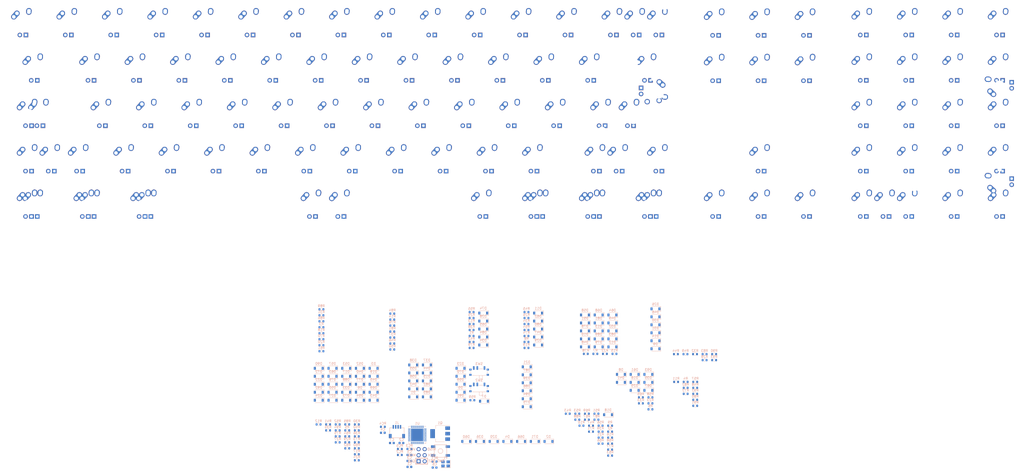
<source format=kicad_pcb>
(kicad_pcb (version 20211014) (generator pcbnew)
  (layers (0 "F.Cu" signal) (31 "B.Cu" signal) (34 "B.Paste" user) (35 "F.Paste" user) (36 "B.SilkS" user "B.Silkscreen") (37 "F.SilkS" user "F.Silkscreen") (38 "B.Mask" user) (39 "F.Mask" user) (44 "Edge.Cuts" user))
  (net 0 "")
  (net 1 "XTAL1")
  (net 2 "GND")
  (net 3 "XTAL2")
  (net 4 "Net-(C3-Pad1)")
  (net 5 "+5")
  (net 6 "ROW0")
  (net 7 "Net-(D1-Pad2)")
  (net 8 "ROW1")
  (net 9 "Net-(D2-Pad2)")
  (net 10 "Net-(D3-Pad2)")
  (net 11 "Net-(D4-Pad2)")
  (net 12 "Net-(D5-Pad2)")
  (net 13 "Net-(D6-Pad2)")
  (net 14 "Net-(D7-Pad2)")
  (net 15 "Net-(D8-Pad2)")
  (net 16 "Net-(D9-Pad2)")
  (net 17 "Net-(D10-Pad2)")
  (net 18 "Net-(D11-Pad2)")
  (net 19 "Net-(D12-Pad2)")
  (net 20 "Net-(D13-Pad2)")
  (net 21 "Net-(D14-Pad2)")
  (net 22 "Net-(D15-Pad2)")
  (net 23 "Net-(D16-Pad2)")
  (net 24 "Net-(D17-Pad2)")
  (net 25 "Net-(D18-Pad2)")
  (net 26 "Net-(D19-Pad2)")
  (net 27 "Net-(D20-Pad2)")
  (net 28 "Net-(D21-Pad2)")
  (net 29 "ROW2")
  (net 30 "Net-(D22-Pad2)")
  (net 31 "ROW3")
  (net 32 "Net-(D23-Pad2)")
  (net 33 "Net-(D24-Pad2)")
  (net 34 "Net-(D25-Pad2)")
  (net 35 "Net-(D26-Pad2)")
  (net 36 "Net-(D27-Pad2)")
  (net 37 "Net-(D28-Pad2)")
  (net 38 "Net-(D29-Pad2)")
  (net 39 "Net-(D30-Pad2)")
  (net 40 "Net-(D31-Pad2)")
  (net 41 "Net-(D32-Pad2)")
  (net 42 "Net-(D33-Pad2)")
  (net 43 "Net-(D34-Pad2)")
  (net 44 "Net-(D35-Pad2)")
  (net 45 "Net-(D36-Pad2)")
  (net 46 "Net-(D37-Pad2)")
  (net 47 "Net-(D38-Pad2)")
  (net 48 "Net-(D39-Pad2)")
  (net 49 "Net-(D40-Pad2)")
  (net 50 "Net-(D41-Pad2)")
  (net 51 "Net-(D42-Pad2)")
  (net 52 "ROW4")
  (net 53 "Net-(D43-Pad2)")
  (net 54 "ROW5")
  (net 55 "Net-(D44-Pad2)")
  (net 56 "Net-(D45-Pad2)")
  (net 57 "Net-(D46-Pad2)")
  (net 58 "Net-(D47-Pad2)")
  (net 59 "Net-(D48-Pad2)")
  (net 60 "Net-(D49-Pad2)")
  (net 61 "Net-(D50-Pad2)")
  (net 62 "Net-(D51-Pad2)")
  (net 63 "Net-(D52-Pad2)")
  (net 64 "Net-(D53-Pad2)")
  (net 65 "Net-(D54-Pad2)")
  (net 66 "Net-(D55-Pad2)")
  (net 67 "Net-(D56-Pad2)")
  (net 68 "Net-(D57-Pad2)")
  (net 69 "Net-(D58-Pad2)")
  (net 70 "Net-(D59-Pad2)")
  (net 71 "Net-(D60-Pad2)")
  (net 72 "ROW6")
  (net 73 "Net-(D61-Pad2)")
  (net 74 "ROW7")
  (net 75 "Net-(D62-Pad2)")
  (net 76 "Net-(D63-Pad2)")
  (net 77 "Net-(D64-Pad2)")
  (net 78 "Net-(D65-Pad2)")
  (net 79 "Net-(D66-Pad2)")
  (net 80 "Net-(D67-Pad2)")
  (net 81 "Net-(D68-Pad2)")
  (net 82 "Net-(D69-Pad2)")
  (net 83 "Net-(D70-Pad2)")
  (net 84 "Net-(D71-Pad2)")
  (net 85 "Net-(D72-Pad2)")
  (net 86 "Net-(D73-Pad2)")
  (net 87 "Net-(D74-Pad2)")
  (net 88 "Net-(D75-Pad2)")
  (net 89 "Net-(D76-Pad2)")
  (net 90 "Net-(D77-Pad2)")
  (net 91 "Net-(D78-Pad2)")
  (net 92 "Net-(D79-Pad2)")
  (net 93 "ROW8")
  (net 94 "Net-(D80-Pad2)")
  (net 95 "ROW9")
  (net 96 "Net-(D81-Pad2)")
  (net 97 "Net-(D82-Pad2)")
  (net 98 "Net-(D83-Pad2)")
  (net 99 "Net-(D84-Pad2)")
  (net 100 "Net-(D85-Pad2)")
  (net 101 "Net-(D86-Pad2)")
  (net 102 "Net-(D87-Pad2)")
  (net 103 "Net-(D88-Pad2)")
  (net 104 "Net-(D89-Pad2)")
  (net 105 "Net-(D90-Pad2)")
  (net 106 "Net-(D91-Pad2)")
  (net 107 "Net-(D92-Pad2)")
  (net 108 "Net-(D93-Pad2)")
  (net 109 "Net-(D94-Pad2)")
  (net 110 "DP")
  (net 111 "DN")
  (net 112 "RGBLED")
  (net 113 "COL8")
  (net 114 "NOLCK_IND")
  (net 115 "RESET")
  (net 116 "COL5")
  (net 117 "Net-(MX_'1-Pad4)")
  (net 118 "COL6")
  (net 119 "Net-(MX_+1_1-Pad4)")
  (net 120 "COL4")
  (net 121 "Net-(MX_,1-Pad4)")
  (net 122 "Net-(MX_-1-Pad4)")
  (net 123 "Net-(MX_.1-Pad4)")
  (net 124 "Net-(MX_/1-Pad4)")
  (net 125 "COL0")
  (net 126 "Net-(MX_1-Pad4)")
  (net 127 "COL1")
  (net 128 "Net-(MX_2-Pad4)")
  (net 129 "Net-(MX_3-Pad4)")
  (net 130 "COL2")
  (net 131 "Net-(MX_4-Pad4)")
  (net 132 "Net-(MX_5-Pad4)")
  (net 133 "COL3")
  (net 134 "Net-(MX_6-Pad4)")
  (net 135 "Net-(MX_7-Pad4)")
  (net 136 "Net-(MX_8-Pad4)")
  (net 137 "Net-(MX_9-Pad4)")
  (net 138 "Net-(MX_10-Pad4)")
  (net 139 "Net-(MX_;1-Pad4)")
  (net 140 "Net-(MX_A1-Pad4)")
  (net 141 "Net-(MX_B1-Pad4)")
  (net 142 "Net-(MX_BAK1-Pad4)")
  (net 143 "Net-(MX_BAK1_/1-Pad4)")
  (net 144 "Net-(MX_C1-Pad4)")
  (net 145 "CAPS_LEDGND")
  (net 146 "Net-(MX_D1-Pad4)")
  (net 147 "Net-(MX_DELETE1-Pad4)")
  (net 148 "COL7")
  (net 149 "Net-(MX_DN1-Pad4)")
  (net 150 "Net-(MX_E1-Pad4)")
  (net 151 "Net-(MX_END1-Pad4)")
  (net 152 "Net-(MX_ENTR1-Pad4)")
  (net 153 "Net-(MX_ESC1-Pad4)")
  (net 154 "Net-(MX_F1-Pad4)")
  (net 155 "Net-(MX_G1-Pad4)")
  (net 156 "Net-(MX_H1-Pad4)")
  (net 157 "Net-(MX_HOME1-Pad4)")
  (net 158 "Net-(MX_I1-Pad4)")
  (net 159 "Net-(MX_INSERT1-Pad4)")
  (net 160 "Net-(MX_J1-Pad4)")
  (net 161 "Net-(MX_K1-Pad4)")
  (net 162 "Net-(MX_L1-Pad4)")
  (net 163 "Net-(MX_LALT1-Pad4)")
  (net 164 "Net-(MX_LCTRL1-Pad4)")
  (net 165 "Net-(MX_LF1-Pad4)")
  (net 166 "Net-(MX_LSHIFT1-Pad4)")
  (net 167 "Net-(MX_LSHIFT3-Pad4)")
  (net 168 "Net-(MX_LWIN1-Pad3)")
  (net 169 "Net-(MX_LWIN1-Pad4)")
  (net 170 "Net-(MX_M1-Pad4)")
  (net 171 "Net-(MX_N1-Pad4)")
  (net 172 "COL9")
  (net 173 "Net-(MX_Num_*1-Pad4)")
  (net 174 "COL10")
  (net 175 "Net-(MX_Num_+1-Pad4)")
  (net 176 "Net-(MX_Num_-1-Pad4)")
  (net 177 "Net-(MX_Num_-2-Pad4)")
  (net 178 "Net-(MX_Num_.1-Pad4)")
  (net 179 "Net-(MX_Num_/1-Pad4)")
  (net 180 "Net-(MX_Num_0_2U1-Pad4)")
  (net 181 "Net-(MX_Num_1-Pad4)")
  (net 182 "Net-(MX_Num_2-Pad4)")
  (net 183 "Net-(MX_Num_3-Pad4)")
  (net 184 "Net-(MX_Num_4-Pad4)")
  (net 185 "Net-(MX_Num_5-Pad4)")
  (net 186 "Net-(MX_Num_6-Pad4)")
  (net 187 "Net-(MX_Num_7-Pad4)")
  (net 188 "Net-(MX_Num_8-Pad4)")
  (net 189 "Net-(MX_Num_9-Pad4)")
  (net 190 "Net-(MX_Num_10-Pad4)")
  (net 191 "Net-(MX_Num_Enter_2U1-Pad4)")
  (net 192 "NLOCK_LEDGND")
  (net 193 "Net-(MX_Num_Macro1-Pad4)")
  (net 194 "Net-(MX_O1-Pad4)")
  (net 195 "Net-(MX_P1-Pad4)")
  (net 196 "Net-(MX_PGDWN1-Pad4)")
  (net 197 "Net-(MX_PGUP1-Pad4)")
  (net 198 "Net-(MX_Q1-Pad4)")
  (net 199 "Net-(MX_R1-Pad4)")
  (net 200 "Net-(MX_RALT1-Pad4)")
  (net 201 "Net-(MX_RCTRL1-Pad4)")
  (net 202 "Net-(MX_RFn1-Pad4)")
  (net 203 "Net-(MX_RSHIFT1-Pad4)")
  (net 204 "Net-(MX_RSHIFT2-Pad4)")
  (net 205 "Net-(MX_RT1-Pad4)")
  (net 206 "Net-(MX_RWIN1-Pad4)")
  (net 207 "Net-(MX_S1-Pad4)")
  (net 208 "Net-(MX_SP6.25U1-Pad4)")
  (net 213 "Net-(MX_T1-Pad4)")
  (net 214 "Net-(MX_TAB1-Pad4)")
  (net 215 "Net-(MX_U1-Pad4)")
  (net 216 "Net-(MX_UP1-Pad4)")
  (net 217 "Net-(MX_V1-Pad4)")
  (net 218 "Net-(MX_W1-Pad4)")
  (net 219 "Net-(MX_X1-Pad4)")
  (net 220 "Net-(MX_Y1-Pad4)")
  (net 221 "Net-(MX_Z1-Pad4)")
  (net 222 "Net-(MX_[1-Pad4)")
  (net 223 "Net-(MX_\\1-Pad4)")
  (net 224 "Net-(MX_]1-Pad4)")
  (net 225 "LEDGND")
  (net 226 "Net-(Q1-Pad1)")
  (net 227 "Net-(R93-Pad2)")
  (net 228 "Net-(R94-Pad2)")
  (net 229 "Net-(RC2-Pad2)")
  (net 230 "Net-(RC3-Pad2)")
  (net 231 "Net-(RC4-Pad2)")
  (net 232 "Net-(RC5-Pad2)")
  (net 233 "NLOCK_IND")
  (net 234 "CAPS_IND")
  (footprint "MX_Alps_Hybrid:MX-1U" (layer "F.Cu") (at 101.44125 89.8525)
    (fp_text reference "MX_1")
    (fp_text value "MX-1U")
  )
  (footprint "MX_Alps_Hybrid:MX-6.25U" (layer "F.Cu") (at 203.835 166.0525)
    (fp_text reference "MX_SP6.25U1")
    (fp_text value "MX-10U")
  )
  (footprint "MX_Alps_Hybrid:MX-1U" (layer "F.Cu") (at 434.81625 89.8525)
    (fp_text reference "MX_Num_L1")
    (fp_text value "MX-1U")
  )
  (footprint "MX_Alps_Hybrid:MX-1U" (layer "F.Cu") (at 110.96625 166.0525)
    (fp_text reference "MX_LWIN7U1")
    (fp_text value "MX-1.5U")
  )
  (footprint "MX_Alps_Hybrid:MX-1U" (layer "F.Cu") (at 434.81625 127.9525)
    (fp_text reference "MX_Num_4")
    (fp_text value "MX-1U")
  )
  (footprint "MX_Alps_Hybrid:MX-1U" (layer "F.Cu") (at 234.79125 89.8525)
    (fp_text reference "MX_8")
    (fp_text value "MX-1U")
  )
  (footprint "MX_Alps_Hybrid:MX-1.5U" (layer "F.Cu") (at 87.15375 108.9025)
    (fp_text reference "MX_TAB1")
    (fp_text value "MX-1.5U")
  )
  (footprint "MX_Alps_Hybrid:MX-1U" (layer "F.Cu") (at 244.31625 108.9025)
    (fp_text reference "MX_I1")
    (fp_text value "MX-1U")
  )
  (footprint "MX_Alps_Hybrid:MX-1U" (layer "F.Cu") (at 125.25375 147.0025)
    (fp_text reference "MX_Z1")
    (fp_text value "MX-1U")
  )
  (footprint "MX_Alps_Hybrid:MX-1U" (layer "F.Cu") (at 253.84125 89.8525)
    (fp_text reference "MX_9")
    (fp_text value "MX-1U")
  )
  (footprint "MX_Alps_Hybrid:MX-1.25U" (layer "F.Cu") (at 132.3975 166.0525)
    (fp_text reference "MX_RALT1")
    (fp_text value "MX-1.5U")
  )
  (footprint "MX_Alps_Hybrid:MX-1U" (layer "F.Cu") (at 491.96625 127.9525)
    (fp_text reference "MX_Num_+1")
    (fp_text value "MX-1U")
  )
  (footprint "MX_Alps_Hybrid:MX-1U" (layer "F.Cu") (at 491.96625 166.0525)
    (fp_text reference "MX_Num_Macro1")
    (fp_text value "MX-1U")
  )
  (footprint "MX_Alps_Hybrid:MX-1U" (layer "F.Cu") (at 325.27875 127.9525)
    (fp_text reference "MX_\\2")
    (fp_text value "MX-1U")
  )
  (footprint "MX_Alps_Hybrid:MX-1U" (layer "F.Cu") (at 196.69125 89.8525)
    (fp_text reference "MX_6")
    (fp_text value "MX-1U")
  )
  (footprint "MX_Alps_Hybrid:MX-1U" (layer "F.Cu") (at 153.82875 127.9525)
    (fp_text reference "MX_D1")
    (fp_text value "MX-1U")
  )
  (footprint "MX_Alps_Hybrid:MX-1U" (layer "F.Cu") (at 291.94125 89.8525)
    (fp_text reference "MX_-1")
    (fp_text value "MX-1U")
  )
  (footprint "MX_Alps_Hybrid:MX-1U" (layer "F.Cu") (at 472.91625 127.9525)
    (fp_text reference "MX_Num_6")
    (fp_text value "MX-1U")
  )
  (footprint "MX_Alps_Hybrid:MX-1U" (layer "F.Cu") (at 139.54125 89.8525)
    (fp_text reference "MX_3")
    (fp_text value "MX-1U")
  )
  (footprint "MX_Alps_Hybrid:MX-1U" (layer "F.Cu") (at 434.81625 147.0025)
    (fp_text reference "MX_Num_7")
    (fp_text value "MX-1U")
  )
  (footprint "MX_Alps_Hybrid:MX-1.25U" (layer "F.Cu") (at 346.71 166.0525)
    (fp_text reference "MX_RCTRL1")
    (fp_text value "MX-1.5U")
  )
  (footprint "MX_Alps_Hybrid:MX-1U" (layer "F.Cu") (at 472.91625 89.8525)
    (fp_text reference "MX_Num_*1")
    (fp_text value "MX-1U")
  )
  (footprint "MX_Alps_Hybrid:MX-7U" (layer "F.Cu") (at 215.74125 166.0525)
    (fp_text reference "MX_SP7U1")
    (fp_text value "MX-7U")
  )
  (footprint "MX_Alps_Hybrid:MX-1U" (layer "F.Cu") (at 263.36625 108.9025)
    (fp_text reference "MX_O1")
    (fp_text value "MX-1U")
  )
  (footprint "MX_Alps_Hybrid:MX-1U" (layer "F.Cu") (at 225.26625 108.9025)
    (fp_text reference "MX_U1")
    (fp_text value "MX-1U")
  )
  (footprint "MX_Alps_Hybrid:MX-1.25U" (layer "F.Cu") (at 84.7725 166.0525)
    (fp_text reference "MX_LCTRL1")
    (fp_text value "MX-1.5U")
  )
  (footprint "MX_Alps_Hybrid:MX-1U" (layer "F.Cu") (at 411.00375 166.0525)
    (fp_text reference "MX_RT1")
    (fp_text value "MX-1U")
  )
  (footprint "MX_Alps_Hybrid:MX-1U" (layer "F.Cu") (at 301.46625 108.9025)
    (fp_text reference "MX_[1")
    (fp_text value "MX-1U")
  )
  (footprint "MX_Alps_Hybrid:MX-1U" (layer "F.Cu") (at 349.09125 147.0025)
    (fp_text reference "MX_RSHIFT2")
    (fp_text value "MX-1U")
  )
  (footprint "MX_Alps_Hybrid:MX-1U" (layer "F.Cu") (at 268.12875 127.9525)
    (fp_text reference "MX_L1")
    (fp_text value "MX-1U")
  )
  (footprint "MX_Alps_Hybrid:MX-1U" (layer "F.Cu") (at 134.77875 127.9525)
    (fp_text reference "MX_S1")
    (fp_text value "MX-1U")
  )
  (footprint "MX_Alps_Hybrid:MX-1U" (layer "F.Cu") (at 272.89125 89.8525)
    (fp_text reference "MX_10")
    (fp_text value "MX-1U")
  )
  (footprint "MX_Alps_Hybrid:MX-1U" (layer "F.Cu") (at 287.17875 127.9525)
    (fp_text reference "MX_;1")
    (fp_text value "MX-1U")
  )
  (footprint "MX_Alps_Hybrid:MX-2U" (layer "F.Cu") (at 491.96625 156.5275 90)
    (fp_text reference "MX_Num_Enter_2U1")
    (fp_text value "MX-1U")
  )
  (footprint "MX_Alps_Hybrid:MX-2U" (layer "F.Cu") (at 444.34125 166.0525)
    (fp_text reference "MX_Num_0_2U1")
    (fp_text value "MX-1U")
  )
  (footprint "MX_Alps_Hybrid:MX-1.5U" (layer "F.Cu") (at 344.32875 166.0525)
    (fp_text reference "MX_RCTRL7U1")
    (fp_text value "MX-1.5U")
  )
  (footprint "MX_Alps_Hybrid:MX-1U" (layer "F.Cu") (at 130.01625 108.9025)
    (fp_text reference "MX_W1")
    (fp_text value "MX-1U")
  )
  (footprint "MX_Alps_Hybrid:MX-1U" (layer "F.Cu") (at 434.81625 108.9025)
    (fp_text reference "MX_Num_1")
    (fp_text value "MX-1U")
  )
  (footprint "MX_Alps_Hybrid:MX-1U" (layer "F.Cu") (at 249.07875 127.9525)
    (fp_text reference "MX_K1")
    (fp_text value "MX-1U")
  )
  (footprint "MX_Alps_Hybrid:MX-1U" (layer "F.Cu") (at 144.30375 147.0025)
    (fp_text reference "MX_X1")
    (fp_text value "MX-1U")
  )
  (footprint "MX_Alps_Hybrid:MX-1U" (layer "F.Cu") (at 210.97875 127.9525)
    (fp_text reference "MX_H1")
    (fp_text value "MX-1U")
  )
  (footprint "MX_Alps_Hybrid:MX-1.5U" (layer "F.Cu") (at 87.15375 166.0525)
    (fp_text reference "MX_LCTRL7U1")
    (fp_text value "MX-1.5U")
  )
  (footprint "MX_Alps_Hybrid:MX-1U" (layer "F.Cu") (at 453.86625 127.9525)
    (fp_text reference "MX_Num_5")
    (fp_text value "MX-1U")
  )
  (footprint "MX_Alps_Hybrid:MX-1U" (layer "F.Cu") (at 239.55375 147.0025)
    (fp_text reference "MX_M1")
    (fp_text value "MX-1U")
  )
  (footprint "MX_Alps_Hybrid:MX-1U" (layer "F.Cu") (at 158.59125 89.8525)
    (fp_text reference "MX_4")
    (fp_text value "MX-1U")
  )
  (footprint "MX_Alps_Hybrid:MX-1.25U" (layer "F.Cu") (at 108.585 166.0525)
    (fp_text reference "MX_LWIN1")
    (fp_text value "MX-1.5U")
  )
  (footprint "MX_Alps_Hybrid:MX-1U" (layer "F.Cu") (at 106.20375 147.0025)
    (fp_text reference "MX_LSHIFT3")
    (fp_text value "MX-1U")
  )
  (footprint "MX_Alps_Hybrid:MX-1U" (layer "F.Cu") (at 282.41625 108.9025)
    (fp_text reference "MX_P1")
    (fp_text value "MX-1U")
  )
  (footprint "MX_Alps_Hybrid:MX-1.25U" (layer "F.Cu") (at 275.2725 166.0525)
    (fp_text reference "MX_LALT1")
    (fp_text value "MX-1.5U")
  )
  (footprint "MX_Alps_Hybrid:MX-1U" (layer "F.Cu") (at 191.92875 127.9525)
    (fp_text reference "MX_G1")
    (fp_text value "MX-1U")
  )
  (footprint "MX_Alps_Hybrid:MX-1U" (layer "F.Cu") (at 306.22875 127.9525)
    (fp_text reference "MX_'1")
    (fp_text value "MX-1U")
  )
  (footprint "MX_Alps_Hybrid:MX-1.5U" (layer "F.Cu") (at 296.70375 166.0525)
    (fp_text reference "MX_LALT7U1")
    (fp_text value "MX-1.5U")
  )
  (footprint "MX_Alps_Hybrid:MX-1U" (layer "F.Cu") (at 372.90375 90.01125)
    (fp_text reference "MX_PGUP1")
    (fp_text value "MX-1U")
  )
  (footprint "MX_Alps_Hybrid:MX-1U" (layer "F.Cu") (at 310.99125 89.8525)
    (fp_text reference "MX_+1_1")
    (fp_text value "MX-1U")
  )
  (footprint "MX_Alps_Hybrid:MX-1U" (layer "F.Cu") (at 258.60375 147.0025)
    (fp_text reference "MX_,1")
    (fp_text value "MX-1U")
  )
  (footprint "MX_Alps_Hybrid:MX-1U" (layer "F.Cu") (at 215.74125 89.8525)
    (fp_text reference "MX_7")
    (fp_text value "MX-1U")
  )
  (footprint "MX_Alps_Hybrid:MX-ISO-FLIPPED-ReversedStabilizers" (layer "F.Cu") (at 346.71 118.4275)
    (fp_text reference "MX_ENTR2")
    (fp_text value "MX-ISO")
  )
  (footprint "MX_Alps_Hybrid:MX-1U" (layer "F.Cu") (at 391.95375 166.0525)
    (fp_text reference "MX_DN1")
    (fp_text value "MX-1U")
  )
  (footprint "MX_Alps_Hybrid:MX-1U" (layer "F.Cu") (at 411.00375 90.01125)
    (fp_text reference "MX_INSERT1")
    (fp_text value "MX-1U")
  )
  (footprint "MX_Alps_Hybrid:MX-1U" (layer "F.Cu") (at 472.91625 147.0025)
    (fp_text reference "MX_Num_9")
    (fp_text value "MX-1U")
  )
  (footprint "MX_Alps_Hybrid:MX-1U" (layer "F.Cu") (at 472.91625 166.0525)
    (fp_text reference "MX_Num_.1")
    (fp_text value "MX-1U")
  )
  (footprint "MX_Alps_Hybrid:MX-1U" (layer "F.Cu") (at 206.21625 108.9025)
    (fp_text reference "MX_Y1")
    (fp_text value "MX-1U")
  )
  (footprint "MX_Alps_Hybrid:MX-2U" (layer "F.Cu") (at 491.96625 116.04625 90)
    (fp_text reference "MX_Num_+_2U1")
    (fp_text value "MX-1U")
  )
  (footprint "MX_Alps_Hybrid:MX-1U" (layer "F.Cu") (at 320.51625 108.9025)
    (fp_text reference "MX_]1")
    (fp_text value "MX-1U")
  )
  (footprint "MX_Alps_Hybrid:MX-1.75U" (layer "F.Cu") (at 322.8975 147.0025)
    (fp_text reference "MX_RSHIFT3")
    (fp_text value "MX-1.75U")
  )
  (footprint "MX_Alps_Hybrid:MX-1U" (layer "F.Cu") (at 453.86625 89.8525)
    (fp_text reference "MX_Num_/1")
    (fp_text value "MX-1U")
  )
  (footprint "MX_Alps_Hybrid:MX-1U" (layer "F.Cu") (at 115.72875 127.9525)
    (fp_text reference "MX_A1")
    (fp_text value "MX-1U")
  )
  (footprint "MX_Alps_Hybrid:MX-1U" (layer "F.Cu") (at 296.70375 147.0025)
    (fp_text reference "MX_/1")
    (fp_text value "MX-1U")
  )
  (footprint "MX_Alps_Hybrid:MX-1U" (layer "F.Cu") (at 391.95375 90.01125)
    (fp_text reference "MX_HOME1")
    (fp_text value "MX-1U")
  )
  (footprint "MX_Alps_Hybrid:MX-1.5U" (layer "F.Cu") (at 344.32875 108.9025)
    (fp_text reference "MX_\\1")
    (fp_text value "MX-1.5U")
  )
  (footprint "MX_Alps_Hybrid:MX-1.25U" (layer "F.Cu") (at 322.8975 166.0525)
    (fp_text reference "MX_RFn1")
    (fp_text value "MX-1.5U")
  )
  (footprint "MX_Alps_Hybrid:MX-1U" (layer "F.Cu") (at 330.04125 89.8525)
    (fp_text reference "MX_BAK1")
    (fp_text value "MX-1U")
  )
  (footprint "MX_Alps_Hybrid:MX-1U" (layer "F.Cu") (at 491.96625 147.0025)
    (fp_text reference "MX_Num_Macro2")
    (fp_text value "MX-1U")
  )
  (footprint "MX_Alps_Hybrid:MX-1U" (layer "F.Cu") (at 491.96625 108.9025)
    (fp_text reference "MX_Num_-2")
    (fp_text value "MX-1U")
  )
  (footprint "MX_Alps_Hybrid:MX-1U" (layer "F.Cu") (at 372.90375 109.06125)
    (fp_text reference "MX_PGDWN1")
    (fp_text value "MX-1U")
  )
  (footprint "MX_Alps_Hybrid:MX-1U" (layer "F.Cu") (at 201.45375 147.0025)
    (fp_text reference "MX_B1")
    (fp_text value "MX-1U")
  )
  (footprint "MX_Alps_Hybrid:MX-1U" (layer "F.Cu") (at 349.09125 89.8525)
    (fp_text reference "MX_BAK2_DEL1")
    (fp_text value "MX-1U")
  )
  (footprint "MX_Alps_Hybrid:MX-1.5U" (layer "F.Cu") (at 134.77875 166.0525)
    (fp_text reference "MX_RALT7U1")
    (fp_text value "MX-1.5U")
  )
  (footprint "MX_Alps_Hybrid:MX-1U" (layer "F.Cu") (at 453.86625 166.0525)
    (fp_text reference "MX_Num_10")
    (fp_text value "MX-1U")
  )
  (footprint "MX_Alps_Hybrid:MX-1U" (layer "F.Cu") (at 372.90375 166.0525)
    (fp_text reference "MX_LF1")
    (fp_text value "MX-1U")
  )
  (footprint "MX_Alps_Hybrid:MX-1U" (layer "F.Cu") (at 472.91625 108.9025)
    (fp_text reference "MX_Num_3")
    (fp_text value "MX-1U")
  )
  (footprint "MX_Alps_Hybrid:MX-1U" (layer "F.Cu") (at 453.86625 108.9025)
    (fp_text reference "MX_Num_2")
    (fp_text value "MX-1U")
  )
  (footprint "MX_Alps_Hybrid:MX-2.75U" (layer "F.Cu") (at 332.4225 147.0025)
    (fp_text reference "MX_RSHIFT1")
    (fp_text value "MX-2.75U")
  )
  (footprint "MX_Alps_Hybrid:MX-1U" (layer "F.Cu") (at 491.96625 89.8525)
    (fp_text reference "MX_Num_-1")
    (fp_text value "MX-1U")
  )
  (footprint "MX_Alps_Hybrid:MX-1U" (layer "F.Cu") (at 149.06625 108.9025)
    (fp_text reference "MX_E1")
    (fp_text value "MX-1U")
  )
  (footprint "MX_Alps_Hybrid:MX-2.25U-ReversedStabilizers" (layer "F.Cu") (at 337.185 127.9525)
    (fp_text reference "MX_ENTR1")
    (fp_text value "MX-2.25U")
  )
  (footprint "MX_Alps_Hybrid:MX-1U" (layer "F.Cu") (at 182.40375 147.0025)
    (fp_text reference "MX_V1")
    (fp_text value "MX-1U")
  )
  (footprint "MX_Alps_Hybrid:MX-1U" (layer "F.Cu") (at 411.00375 109.06125)
    (fp_text reference "MX_DELETE1")
    (fp_text value "MX-1U")
  )
  (footprint "MX_Alps_Hybrid:MX-1U" (layer "F.Cu") (at 320.51625 166.0525)
    (fp_text reference "MX_RWIN7U1")
    (fp_text value "MX-1.5U")
  )
  (footprint "MX_Alps_Hybrid:MX-1U" (layer "F.Cu") (at 82.39125 89.8525)
    (fp_text reference "MX_ESC1")
    (fp_text value "MX-1U")
  )
  (footprint "MX_Alps_Hybrid:MX-1U" (layer "F.Cu") (at 391.95375 147.0025)
    (fp_text reference "MX_UP1")
    (fp_text value "MX-1U")
  )
  (footprint "MX_Alps_Hybrid:MX-1U" (layer "F.Cu") (at 110.96625 108.9025)
    (fp_text reference "MX_Q1")
    (fp_text value "MX-1U")
  )
  (footprint "MX_Alps_Hybrid:MX-1.25U" (layer "F.Cu") (at 299.085 166.0525)
    (fp_text reference "MX_RWIN1")
    (fp_text value "MX-1.5U")
  )
  (footprint "MX_Alps_Hybrid:MX-1U" (layer "F.Cu") (at 434.81625 166.0525)
    (fp_text reference "MX_Num_11")
    (fp_text value "MX-1U")
  )
  (footprint "MX_Alps_Hybrid:MX-1U" (layer "F.Cu") (at 230.02875 127.9525)
    (fp_text reference "MX_J1")
    (fp_text value "MX-1U")
  )
  (footprint "MX_Alps_Hybrid:MX-1.25U" (layer "F.Cu") (at 84.7725 127.9525)
    (fp_text reference "MX_CAPS1")
    (fp_text value "MX-1.25U")
  )
  (footprint "MX_Alps_Hybrid:MX-1U" (layer "F.Cu") (at 168.11625 108.9025)
    (fp_text reference "MX_R1")
    (fp_text value "MX-1U")
  )
  (footprint "MX_Alps_Hybrid:MX-1.25U" (layer "F.Cu") (at 84.7725 147.0025)
    (fp_text reference "MX_LSHIFT1")
    (fp_text value "MX-1.25U")
  )
  (footprint "MX_Alps_Hybrid:MX-1U" (layer "F.Cu") (at 453.86625 147.0025)
    (fp_text reference "MX_Num_8")
    (fp_text value "MX-1U")
  )
  (footprint "MX_Alps_Hybrid:MX-1U" (layer "F.Cu") (at 220.50375 147.0025)
    (fp_text reference "MX_N1")
    (fp_text value "MX-1U")
  )
  (footprint "MX_Alps_Hybrid:MX-1U" (layer "F.Cu") (at 172.87875 127.9525)
    (fp_text reference "MX_F1")
    (fp_text value "MX-1U")
  )
  (footprint "MX_Alps_Hybrid:MX-1U" (layer "F.Cu") (at 277.65375 147.0025)
    (fp_text reference "MX_.1")
    (fp_text value "MX-1U")
  )
  (footprint "MX_Alps_Hybrid:MX-2U" (layer "F.Cu") (at 339.56625 89.8525)
    (fp_text reference "MX_BAK1_/1")
    (fp_text value "MX-2U")
  )
  (footprint "MX_Alps_Hybrid:MX-1U" (layer "F.Cu") (at 177.64125 89.8525)
    (fp_text reference "MX_5")
    (fp_text value "MX-1U")
  )
  (footprint "MX_Alps_Hybrid:MX-10U" (layer "F.Cu") (at 215.74125 166.0525)
    (fp_text reference "MX_SP10U1")
    (fp_text value "MX-10U")
  )
  (footprint "MX_Alps_Hybrid:MX-2.25U" (layer "F.Cu") (at 94.2975 147.0025)
    (fp_text reference "MX_LSHIFT2")
    (fp_text value "MX-2.25U")
  )
  (footprint "MX_Alps_Hybrid:MX-1U" (layer "F.Cu") (at 120.49125 89.8525)
    (fp_text reference "MX_2")
    (fp_text value "MX-1U")
  )
  (footprint "MX_Alps_Hybrid:MX-1U" (layer "F.Cu") (at 187.16625 108.9025)
    (fp_text reference "MX_T1")
    (fp_text value "MX-1U")
  )
  (footprint "MX_Alps_Hybrid:MX-1U" (layer "F.Cu") (at 163.35375 147.0025)
    (fp_text reference "MX_C1")
    (fp_text value "MX-1U")
  )
  (footprint "MX_Alps_Hybrid:MX-1.75U" (layer "F.Cu") (at 89.535 127.9525)
    (fp_text reference "MX_CAPS2")
    (fp_text value "MX-1.75U")
  )
  (footprint "MX_Alps_Hybrid:MX-1U" (layer "F.Cu") (at 391.95375 109.06125)
    (fp_text reference "MX_END1")
    (fp_text value "MX-1U")
  )
  (footprint "Diode_SMD:D_SOD-123" (layer "B.Cu") (at 293.6875 244.3 180)
    (fp_text reference "D86")
    (fp_text value "SOD-323")
  )
  (footprint "Diode_SMD:D_SOD-123" (layer "B.Cu") (at 275.43125 211.675 180)
    (fp_text reference "D74")
    (fp_text value "SOD-323")
  )
  (footprint "Resistor_SMD:R_0603_1608Metric" (layer "B.Cu") (at 364.33125 248.09375 180)
    (fp_text reference "R80")
    (fp_text value "1K")
  )
  (footprint "Resistor_SMD:R_0603_1608Metric" (layer "B.Cu") (at 360.32125 245.58375 180)
    (fp_text reference "R72")
    (fp_text value "1K")
  )
  (footprint "Resistor_SMD:R_0603_1608Metric" (layer "B.Cu") (at 345.55125 252.075 180)
    (fp_text reference "R6")
    (fp_text value "1K")
  )
  (footprint "Diode_SMD:D_SOD-123" (layer "B.Cu") (at 318.1 219.16875 180)
    (fp_text reference "D78")
    (fp_text value "SOD-323")
  )
  (footprint "Resistor_SMD:R_0603_1608Metric" (layer "B.Cu") (at 293.57 211.255 180)
    (fp_text reference "R45")
    (fp_text value "1K")
  )
  (footprint "Resistor_SMD:R_0603_1608Metric" (layer "B.Cu") (at 207.576488 210.105 180)
    (fp_text reference "R89")
    (fp_text value "1K")
  )
  (footprint "Resistor_SMD:R_0603_1608Metric" (layer "B.Cu") (at 207.576488 217.635 180)
    (fp_text reference "R3")
    (fp_text value "1K")
  )
  (footprint "Resistor_SMD:R_0603_1608Metric" (layer "B.Cu") (at 360.32125 243.07375 180)
    (fp_text reference "R82")
    (fp_text value "1K")
  )
  (footprint "Resistor_SMD:R_0603_1608Metric" (layer "B.Cu") (at 328.65375 268.98875 180)
    (fp_text reference "R77")
    (fp_text value "1K")
  )
  (footprint "Diode_SMD:D_SOD-123" (layer "B.Cu") (at 329.6 219.16875 180)
    (fp_text reference "D32")
    (fp_text value "SOD-323")
  )
  (footprint "Diode_SMD:D_SOD-123" (layer "B.Cu") (at 229.46625 241.56875 180)
    (fp_text reference "D45")
    (fp_text value "SOD-323")
  )
  (footprint "Capacitor_SMD:C_0603_1608Metric" (layer "B.Cu") (at 244.475 273.75125 180)
    (fp_text reference "C3")
    (fp_text value "1uF")
  )
  (footprint "Resistor_SMD:R_0603_1608Metric" (layer "B.Cu") (at 310.87375 253.92875 180)
    (fp_text reference "R43")
    (fp_text value "1K")
  )
  (footprint "Diode_SMD:D_SOD-123" (layer "B.Cu") (at 293.6875 240.95 180)
    (fp_text reference "D39")
    (fp_text value "SOD-323")
  )
  (footprint "Resistor_SMD:R_0603_1608Metric" (layer "B.Cu") (at 314.88375 253.92875 180)
    (fp_text reference "R53")
    (fp_text value "1K")
  )
  (footprint "Diode_SMD:D_SOD-123" (layer "B.Cu") (at 338.93125 240.775 180)
    (fp_text reference "D16")
    (fp_text value "SOD-323")
  )
  (footprint "Diode_SMD:D_SOD-123" (layer "B.Cu") (at 318.1 225.86875 180)
    (fp_text reference "D48")
    (fp_text value "SOD-323")
  )
  (footprint "Diode_SMD:D_SOD-123" (layer "B.Cu") (at 293.6875 234.25 180)
    (fp_text reference "D21")
    (fp_text value "SOD-323")
  )
  (footprint "Resistor_SMD:R_0603_1608Metric" (layer "B.Cu") (at 237.296488 226.955 180)
    (fp_text reference "R50")
    (fp_text value "1K")
  )
  (footprint "Diode_SMD:D_SOD-123" (layer "B.Cu") (at 293.6875 237.6 180)
    (fp_text reference "D87")
    (fp_text value "SOD-323")
  )
  (footprint "Resistor_SMD:R_0603_1608Metric" (layer "B.Cu") (at 324.64375 258.94875 180)
    (fp_text reference "R56")
    (fp_text value "1K")
  )
  (footprint "Diode_SMD:D_SOD-123" (layer "B.Cu") (at 323.85 225.86875 180)
    (fp_text reference "D79")
    (fp_text value "SOD-323")
  )
  (footprint "Resistor_SMD:R_0603_1608Metric" (layer "B.Cu") (at 322.90375 256.43875 180)
    (fp_text reference "R87")
    (fp_text value "1K")
  )
  (footprint "Resistor_SMD:R_0603_1608Metric" (layer "B.Cu") (at 293.57 213.765 180)
    (fp_text reference "R26")
    (fp_text value "1K")
  )
  (footprint "Diode_SMD:D_SOD-123" (layer "B.Cu") (at 212.21625 234.86875 180)
    (fp_text reference "D57")
    (fp_text value "SOD-323")
  )
  (footprint "Diode_SMD:D_SOD-123" (layer "B.Cu") (at 347.6625 226.6625 180)
    (fp_text reference "D9")
    (fp_text value "SOD-323")
  )
  (footprint "Diode_SMD:D_SOD-123" (layer "B.Cu") (at 251.8125 233.45625 180)
    (fp_text reference "D37")
    (fp_text value "SOD-323")
  )
  (footprint "Resistor_SMD:R_0603_1608Metric" (layer "B.Cu") (at 372.26875 228.915 180)
    (fp_text reference "R90")
    (fp_text value "1K")
  )
  (footprint "Diode_SMD:D_SOD-123" (layer "B.Cu") (at 297.05625 265.55625 180)
    (fp_text reference "D71")
    (fp_text value "SOD-323")
  )
  (footprint "Resistor_SMD:R_0603_1608Metric" (layer "B.Cu") (at 316.62375 258.94875 180)
    (fp_text reference "R10")
    (fp_text value "1K")
  )
  (footprint "Resistor_SMD:R_0603_1608Metric" (layer "B.Cu") (at 324.64375 263.96875 180)
    (fp_text reference "R21")
    (fp_text value "1K")
  )
  (footprint "Resistor_SMD:R_0603_1608Metric" (layer "B.Cu") (at 207.576488 225.165 180)
    (fp_text reference "R20")
    (fp_text value "1K")
  )
  (footprint "Resistor_SMD:R_0603_1608Metric" (layer "B.Cu") (at 322.90375 253.92875 180)
    (fp_text reference "R51")
    (fp_text value "1K")
  )
  (footprint "Capacitor_SMD:C_0603_1608Metric" (layer "B.Cu") (at 244.475 276.26125 180)
    (fp_text reference "C1")
    (fp_text value "22pF")
  )
  (footprint "Diode_SMD:D_SOD-123" (layer "B.Cu") (at 323.85 215.81875 180)
    (fp_text reference "D81")
    (fp_text value "SOD-323")
  )
  (footprint "Resistor_SMD:R_0603_1608Metric" (layer "B.Cu") (at 210.385 260.9225 180)
    (fp_text reference "R35")
    (fp_text value "1K")
  )
  (footprint "Diode_SMD:D_SOD-123" (layer "B.Cu") (at 275.75625 248.66875 180)
    (fp_text reference "D7")
    (fp_text value "SOD-323")
  )
  (footprint "Diode_SMD:D_SOD-123" (layer "B.Cu") (at 223.71625 234.86875 180)
    (fp_text reference "D52")
    (fp_text value "SOD-323")
  )
  (footprint "Diode_SMD:D_SOD-123" (layer "B.Cu") (at 323.85 219.16875 180)
    (fp_text reference "D13")
    (fp_text value "SOD-323")
  )
  (footprint "Diode_SMD:D_SOD-123" (layer "B.Cu") (at 246.0625 240.15625 180)
    (fp_text reference "D56")
    (fp_text value "SOD-323")
  )
  (footprint "Diode_SMD:D_SOD-123" (layer "B.Cu") (at 318.1 222.51875 180)
    (fp_text reference "D10")
    (fp_text value "SOD-323")
  )
  (footprint "Diode_SMD:D_SOD-123" (layer "B.Cu") (at 246.0625 236.80625 180)
    (fp_text reference "D55")
    (fp_text value "SOD-323")
  )
  (footprint "Resistor_SMD:R_0603_1608Metric" (layer "B.Cu") (at 222.415 263.4325 180)
    (fp_text reference "R36")
    (fp_text value "1K")
  )
  (footprint "Resistor_SMD:R_0603_1608Metric" (layer "B.Cu") (at 318.44 228.79875 180)
    (fp_text reference "R78")
    (fp_text value "1K")
  )
  (footprint "Resistor_SMD:R_0603_1608Metric" (layer "B.Cu") (at 270.55125 223.805 180)
    (fp_text reference "R42")
    (fp_text value "1K")
  )
  (footprint "Resistor_SMD:R_0603_1608Metric" (layer "B.Cu") (at 330.47 228.79875 180)
    (fp_text reference "R15")
    (fp_text value "1K")
  )
  (footprint "Resistor_SMD:R_0603_1608Metric" (layer "B.Cu") (at 237.296488 211.895 180)
    (fp_text reference "R84")
    (fp_text value "1K")
  )
  (footprint "Resistor_SMD:R_0603_1608Metric" (layer "B.Cu") (at 214.395 260.9225 180)
    (fp_text reference "R94")
    (fp_text value "1K")
  )
  (footprint "Resistor_SMD:R_0603_1608Metric" (layer "B.Cu") (at 207.576488 227.675 180)
    (fp_text reference "R61")
    (fp_text value "1K")
  )
  (footprint "Resistor_SMD:R_0603_1608Metric" (layer "B.Cu") (at 328.65375 263.96875 180)
    (fp_text reference "R16")
    (fp_text value "1K")
  )
  (footprint "random-keyboard-parts:JST-SR-4" (layer "B.Cu") (at 239.24 264.21625 180)
    (fp_text reference "J1")
    (fp_text value "SM04B-SRSS-TB")
  )
  (footprint "Resistor_SMD:R_0603_1608Metric" (layer "B.Cu") (at 218.405 260.9225 180)
    (fp_text reference "R5")
    (fp_text value "1K")
  )
  (footprint "Diode_SMD:D_SOD-123" (layer "B.Cu") (at 229.46625 248.26875 180)
    (fp_text reference "D43")
    (fp_text value "SOD-323")
  )
  (footprint "Diode_SMD:D_SOD-123" (layer "B.Cu") (at 323.85 222.51875 180)
    (fp_text reference "D89")
    (fp_text value "SOD-323")
  )
  (footprint "Resistor_SMD:R_0603_1608Metric" (layer "B.Cu") (at 270.55125 221.295 180)
    (fp_text reference "R1")
    (fp_text value "1K")
  )
  (footprint "Diode_SMD:D_SOD-123" (layer "B.Cu") (at 347.6625 216.6125 180)
    (fp_text reference "D30")
    (fp_text value "SOD-323")
  )
  (footprint "Resistor_SMD:R_0603_1608Metric" (layer "B.Cu") (at 270.55125 211.255 180)
    (fp_text reference "R55")
    (fp_text value "1K")
  )
  (footprint "Resistor_SMD:R_0603_1608Metric" (layer "B.Cu") (at 222.415 258.4125 180)
    (fp_text reference "R30")
    (fp_text value "1K")
  )
  (footprint "Diode_SMD:D_SOD-123" (layer "B.Cu") (at 329.6 225.86875 180)
    (fp_text reference "D12")
    (fp_text value "SOD-323")
  )
  (footprint "Resistor_SMD:R_0603_1608Metric" (layer "B.Cu") (at 293.57 221.295 180)
    (fp_text reference "R74")
    (fp_text value "1K")
  )
  (footprint "Resistor_SMD:R_0603_1608Metric" (layer "B.Cu") (at 233.335 259.42125 180)
    (fp_text reference "RC4")
    (fp_text value "22")
  )
  (footprint "Resistor_SMD:R_0603_1608Metric" (layer "B.Cu") (at 270.55125 213.765 180)
    (fp_text reference "R25")
    (fp_text value "1K")
  )
  (footprint "Resistor_SMD:R_0603_1608Metric" (layer "B.Cu") (at 207.576488 220.145 180)
    (fp_text reference "R18")
    (fp_text value "1K")
  )
  (footprint "Diode_SMD:D_SOD-123" (layer "B.Cu") (at 212.21625 244.91875 180)
    (fp_text reference "D50")
    (fp_text value "SOD-323")
  )
  (footprint "Diode_SMD:D_SOD-123" (layer "B.Cu") (at 251.8125 243.50625 180)
    (fp_text reference "D82")
    (fp_text value "SOD-323")
  )
  (footprint "Diode_SMD:D_SOD-123" (layer "B.Cu") (at 265.90625 244.91875 180)
    (fp_text reference "D5")
    (fp_text value "SOD-323")
  )
  (footprint "Resistor_SMD:R_0603_1608Metric" (layer "B.Cu") (at 255.025 274.02125 180)
    (fp_text reference "RC1")
    (fp_text value "10k")
  )
  (footprint "Diode_SMD:D_SOD-123" (layer "B.Cu") (at 246.0625 243.50625 180)
    (fp_text reference "D42")
    (fp_text value "SOD-323")
  )
  (footprint "Resistor_SMD:R_0603_1608Metric" (layer "B.Cu") (at 207.576488 215.125 180)
    (fp_text reference "R86")
    (fp_text value "1K")
  )
  (footprint "Resistor_SMD:R_0603_1608Metric" (layer "B.Cu") (at 356.31125 240.56375 180)
    (fp_text reference "R11")
    (fp_text value "1K")
  )
  (footprint "Diode_SMD:D_SOD-123" (layer "B.Cu") (at 347.6625 209.9125 180)
    (fp_text reference "D26")
    (fp_text value "SOD-323")
  )
  (footprint "Button_Switch_SMD:SW_SPDT_PCM12" (layer "B.Cu") (at 273.70625 243.06875 180)
    (fp_text reference "SW2")
    (fp_text value "SW_SPDT")
  )
  (footprint "Resistor_SMD:R_0603_1608Metric" (layer "B.Cu") (at 237.296488 214.405 180)
    (fp_text reference "R14")
    (fp_text value "1K")
  )
  (footprint "Diode_SMD:D_SOD-123" (layer "B.Cu") (at 302.80625 265.55625 180)
    (fp_text reference "D2")
    (fp_text value "SOD-323")
  )
  (footprint "Resistor_SMD:R_0603_1608Metric" (layer "B.Cu") (at 345.55125 249.565 180)
    (fp_text reference "R23")
    (fp_text value "1K")
  )
  (footprint "Resistor_SMD:R_0603_1608Metric" (layer "B.Cu") (at 320.63375 258.94875 180)
    (fp_text reference "R47")
    (fp_text value "1K")
  )
  (footprint "Diode_SMD:D_SOD-123" (layer "B.Cu") (at 229.46625 238.21875 180)
    (fp_text reference "D19")
    (fp_text value "SOD-323")
  )
  (footprint "Diode_SMD:D_SOD-123" (layer "B.Cu") (at 246.0625 233.45625 180)
    (fp_text reference "D38")
    (fp_text value "SOD-323")
  )
  (footprint "Resistor_SMD:R_0603_1608Metric" (layer "B.Cu") (at 314.88375 256.43875 180)
    (fp_text reference "R88")
    (fp_text value "1K")
  )
  (footprint "Diode_SMD:D_SOD-123" (layer "B.Cu") (at 206.46625 244.91875 180)
    (fp_text reference "D92")
    (fp_text value "SOD-323")
  )
  (footprint "Diode_SMD:D_SOD-123" (layer "B.Cu") (at 275.43125 221.725 180)
    (fp_text reference "D84")
    (fp_text value "SOD-323")
  )
  (footprint "Diode_SMD:D_SOD-123" (layer "B.Cu") (at 206.46625 238.21875 180)
    (fp_text reference "D72")
    (fp_text value "SOD-323")
  )
  (footprint "Diode_SMD:D_SOD-123" (layer "B.Cu") (at 206.46625 241.56875 180)
    (fp_text reference "D22")
    (fp_text value "SOD-323")
  )
  (footprint "Resistor_SMD:R_0603_1608Metric" (layer "B.Cu") (at 328.65375 266.47875 180)
    (fp_text reference "R68")
    (fp_text value "1K")
  )
  (footprint "Resistor_SMD:R_0603_1608Metric" (layer "B.Cu") (at 222.415 260.9225 180)
    (fp_text reference "R40")
    (fp_text value "1K")
  )
  (footprint "Resistor_SMD:R_0603_1608Metric" (layer "B.Cu") (at 270.55125 226.315 180)
    (fp_text reference "R79")
    (fp_text value "1K")
  )
  (footprint "Resistor_SMD:R_0603_1608Metric" (layer "B.Cu") (at 237.296488 224.445 180)
    (fp_text reference "R46")
    (fp_text value "1K")
  )
  (footprint "Diode_SMD:D_SOD-123" (layer "B.Cu") (at 275.43125 215.025 180)
    (fp_text reference "D28")
    (fp_text value "SOD-323")
  )
  (footprint "Resistor_SMD:R_0603_1608Metric" (layer "B.Cu") (at 320.63375 261.45875 180)
    (fp_text reference "R71")
    (fp_text value "1K")
  )
  (footprint "Resistor_SMD:R_0603_1608Metric" (layer "B.Cu") (at 270.55125 218.785 180)
    (fp_text reference "R38")
    (fp_text value "1K")
  )
  (footprint "Diode_SMD:D_SOD-123" (layer "B.Cu") (at 347.6625 219.9625 180)
    (fp_text reference "D31")
    (fp_text value "SOD-323")
  )
  (footprint "Resistor_SMD:R_0603_1608Metric" (layer "B.Cu") (at 222.415 265.9425 180)
    (fp_text reference "R73")
    (fp_text value "1K")
  )
  (footprint "Resistor_SMD:R_0603_1608Metric" (layer "B.Cu") (at 210.385 258.4125 180)
    (fp_text reference "R41")
    (fp_text value "1K")
  )
  (footprint "Diode_SMD:D_SOD-123" (layer "B.Cu") (at 298.45 221.725 180)
    (fp_text reference "D47")
    (fp_text value "SOD-323")
  )
  (footprint "Resistor_SMD:R_0603_1608Metric" (layer "B.Cu") (at 318.89375 256.43875 180)
    (fp_text reference "R67")
    (fp_text value "1K")
  )
  (footprint "Resistor_SMD:R_0603_1608Metric" (layer "B.Cu") (at 222.415 273.4725 180)
    (fp_text reference "R24")
    (fp_text value "1K")
  )
  (footprint "Resistor_SMD:R_0603_1608Metric" (layer "B.Cu") (at 237.296488 221.935 180)
    (fp_text reference "R37")
    (fp_text value "1K")
  )
  (footprint "Resistor_SMD:R_0603_1608Metric" (layer "B.Cu") (at 270.55125 216.275 180)
    (fp_text reference "R13")
    (fp_text value "1K")
  )
  (footprint "Resistor_SMD:R_0603_1608Metric" (layer "B.Cu") (at 328.65375 261.45875 180)
    (fp_text reference "R2")
    (fp_text value "1K")
  )
  (footprint "Capacitor_SMD:C_0603_1608Metric" (layer "B.Cu") (at 237.125 266.22125 180)
    (fp_text reference "C7")
    (fp_text value "0.1uF")
  )
  (footprint "Resistor_SMD:R_0603_1608Metric" (layer "B.Cu") (at 364.33125 240.56375 180)
    (fp_text reference "R57")
    (fp_text value "1K")
  )
  (footprint "Resistor_SMD:R_0603_1608Metric" (layer "B.Cu") (at 324.64375 261.45875 180)
    (fp_text reference "R39")
    (fp_text value "1K")
  )
  (footprint "Diode_SMD:D_SOD-123" (layer "B.Cu") (at 298.45 211.675 180)
    (fp_text reference "D11")
    (fp_text value "SOD-323")
  )
  (footprint "Diode_SMD:D_SOD-123" (layer "B.Cu") (at 318.1 212.46875 180)
    (fp_text reference "D58")
    (fp_text value "SOD-323")
  )
  (footprint "Resistor_SMD:R_0603_1608Metric" (layer "B.Cu") (at 218.405 265.9425 180)
    (fp_text reference "R29")
    (fp_text value "1K")
  )
  (footprint "Capacitor_SMD:C_0603_1608Metric" (layer "B.Cu") (at 233.335 261.93125 180)
    (fp_text reference "C4")
    (fp_text value "10uF")
  )
  (footprint "Diode_SMD:D_SOD-123" (layer "B.Cu") (at 291.30625 265.55625 180)
    (fp_text reference "D66")
    (fp_text value "SOD-323")
  )
  (footprint "Resistor_SMD:R_0603_1608Metric" (layer "B.Cu") (at 240.465 271.24125 180)
    (fp_text reference "RC2")
    (fp_text value "1.5k")
  )
  (footprint "Diode_SMD:D_SOD-123" (layer "B.Cu") (at 212.21625 238.21875 180)
    (fp_text reference "D63")
    (fp_text value "SOD-323")
  )
  (footprint "Diode_SMD:D_SOD-123" (layer "B.Cu") (at 212.21625 248.26875 180)
    (fp_text reference "D27")
    (fp_text value "SOD-323")
  )
  (footprint "Resistor_SMD:R_0603_1608Metric" (layer "B.Cu") (at 360.32125 240.56375 180)
    (fp_text reference "R4")
    (fp_text value "1K")
  )
  (footprint "Resistor_SMD:R_0603_1608Metric" (layer "B.Cu") (at 207.576488 222.655 180)
    (fp_text reference "R70")
    (fp_text value "1K")
  )
  (footprint "Resistor_SMD:R_0603_1608Metric" (layer "B.Cu") (at 293.57 216.275 180)
    (fp_text reference "R34")
    (fp_text value "1K")
  )
  (footprint "Diode_SMD:D_SOD-123" (layer "B.Cu") (at 275.43125 225.075 180)
    (fp_text reference "D34")
    (fp_text value "SOD-323")
  )
  (footprint "Resistor_SMD:R_0603_1608Metric" (layer "B.Cu") (at 364.33125 243.07375 180)
    (fp_text reference "R48")
    (fp_text value "1K")
  )
  (footprint "Diode_SMD:D_SOD-123" (layer "B.Cu") (at 323.85 212.46875 180)
    (fp_text reference "D68")
    (fp_text value "SOD-323")
  )
  (footprint "Diode_SMD:D_SOD-123" (layer "B.Cu") (at 217.96625 241.56875 180)
    (fp_text reference "D88")
    (fp_text value "SOD-323")
  )
  (footprint "Diode_SMD:D_SOD-123" (layer "B.Cu") (at 344.68125 237.425 180)
    (fp_text reference "D93")
    (fp_text value "SOD-323")
  )
  (footprint "Resistor_SMD:R_0603_1608Metric" (layer "B.Cu") (at 341.54125 249.565 180)
    (fp_text reference "R33")
    (fp_text value "1K")
  )
  (footprint "random-keyboard-parts:SKQG-1155865" (layer "B.Cu") (at 257.505 269.59125 180)
    (fp_text reference "SW1")
    (fp_text value "SW_PUSH")
  )
  (footprint "Resistor_SMD:R_0603_1608Metric" (layer "B.Cu") (at 364.24875 228.915 180)
    (fp_text reference "R32")
    (fp_text value "1K")
  )
  (footprint "Diode_SMD:D_SOD-123" (layer "B.Cu") (at 333.18125 237.425 180)
    (fp_text reference "D8")
    (fp_text value "SOD-323")
  )
  (footprint "Diode_SMD:D_SOD-123" (layer "B.Cu") (at 217.96625 234.86875 180)
    (fp_text reference "D53")
    (fp_text value "SOD-323")
  )
  (footprint "Resistor_SMD:R_0603_1608Metric" (layer "B.Cu") (at 214.395 258.4125 180)
    (fp_text reference "R52")
    (fp_text value "1K")
  )
  (footprint "Resistor_SMD:R_0603_1608Metric" (layer "B.Cu") (at 345.55125 247.055 180)
    (fp_text reference "R58")
    (fp_text value "1K")
  )
  (footprint "Resistor_SMD:R_0603_1608Metric" (layer "B.Cu") (at 341.54125 247.055 180)
    (fp_text reference "R65")
    (fp_text value "1K")
  )
  (footprint "Resistor_SMD:R_0603_1608Metric" (layer "B.Cu") (at 326.46 228.79875 180)
    (fp_text reference "R22")
    (fp_text value "1K")
  )
  (footprint "Resistor_SMD:R_0603_1608Metric" (layer "B.Cu") (at 293.57 223.805 180)
    (fp_text reference "R8")
    (fp_text value "1K")
  )
  (footprint "Resistor_SMD:R_0603_1608Metric" (layer "B.Cu") (at 218.405 263.4325 180)
    (fp_text reference "R64")
    (fp_text value "1K")
  )
  (footprint "Resistor_SMD:R_0603_1608Metric" (layer "B.Cu") (at 293.57 218.785 180)
    (fp_text reference "R54")
    (fp_text value "1K")
  )
  (footprint "Diode_SMD:D_SOD-123" (layer "B.Cu") (at 347.6625 213.2625 180)
    (fp_text reference "D46")
    (fp_text value "SOD-323")
  )
  (footprint "Diode_SMD:D_SOD-123" (layer "B.Cu") (at 344.68125 240.775 180)
    (fp_text reference "D35")
    (fp_text value "SOD-323")
  )
  (footprint "Resistor_SMD:R_0603_1608Metric" (layer "B.Cu") (at 356.22875 228.915 180)
    (fp_text reference "R44")
    (fp_text value "1K")
  )
  (footprint "Capacitor_SMD:C_0603_1608Metric" (layer "B.Cu") (at 241.135 266.22125 180)
    (fp_text reference "C2")
    (fp_text value "22pF")
  )
  (footprint "Resistor_SMD:R_0603_1608Metric" (layer "B.Cu") (at 368.25875 231.425 180)
    (fp_text reference "R28")
    (fp_text value "1K")
  )
  (footprint "Diode_SMD:D_SOD-123" (layer "B.Cu") (at 329.6 215.81875 180)
    (fp_text reference "D49")
    (fp_text value "SOD-323")
  )
  (footprint "Resistor_SMD:R_0603_1608Metric" (layer "B.Cu") (at 372.26875 231.425 180)
    (fp_text reference "R93")
    (fp_text value "1K")
  )
  (footprint "Diode_SMD:D_SOD-123" (layer "B.Cu") (at 217.96625 248.26875 180)
    (fp_text reference "D73")
    (fp_text value "SOD-323")
  )
  (footprint "Diode_SMD:D_SOD-123" (layer "B.Cu") (at 279.80625 265.55625 180)
    (fp_text reference "D20")
    (fp_text value "SOD-323")
  )
  (footprint "Diode_SMD:D_SOD-123" (layer "B.Cu") (at 229.46625 244.91875 180)
    (fp_text reference "D69")
    (fp_text value "SOD-323")
  )
  (footprint "Diode_SMD:D_SOD-123" (layer "B.Cu") (at 251.8125 240.15625 180)
    (fp_text reference "D15")
    (fp_text value "SOD-323")
  )
  (footprint "Package_DFN_QFN:QFN-44-1EP_7x7mm_P0.5mm_EP5.2x5.2mm" (layer "B.Cu") (at 247.785 262.81125 180)
    (fp_text reference "U1")
    (fp_text value "ATmega32U4-MU")
  )
  (footprint "Resistor_SMD:R_0603_1608Metric" (layer "B.Cu") (at 244.475 268.73125 180)
    (fp_text reference "RC3")
    (fp_text value "22")
  )
  (footprint "Button_Switch_SMD:SW_SPDT_PCM12" (layer "B.Cu") (at 273.70625 236.16875 180)
    (fp_text reference "SW3")
    (fp_text value "SW_SPDT")
  )
  (footprint "Diode_SMD:D_SOD-123" (layer "B.Cu") (at 223.71625 241.56875 180)
    (fp_text reference "D77")
    (fp_text value "SOD-323")
  )
  (footprint "Resistor_SMD:R_0603_1608Metric" (layer "B.Cu") (at 368.25875 228.915 180)
    (fp_text reference "R83")
    (fp_text value "1K")
  )
  (footprint "Diode_SMD:D_SOD-123" (layer "B.Cu") (at 206.46625 234.86875 180)
    (fp_text reference "D90")
    (fp_text value "SOD-323")
  )
  (footprint "Diode_SMD:D_SOD-123" (layer "B.Cu") (at 268.30625 265.55625 180)
    (fp_text reference "D60")
    (fp_text value "SOD-323")
  )
  (footprint "Diode_SMD:D_SOD-123" (layer "B.Cu") (at 217.96625 244.91875 180)
    (fp_text reference "D33")
    (fp_text value "SOD-323")
  )
  (footprint "Resistor_SMD:R_0603_1608Metric" (layer "B.Cu") (at 328.65375 258.94875 180)
    (fp_text reference "R9")
    (fp_text value "1K")
  )
  (footprint "Diode_SMD:D_SOD-123" (layer "B.Cu") (at 347.6625 223.3125 180)
    (fp_text reference "D14")
    (fp_text value "SOD-323")
  )
  (footprint "Diode_SMD:D_SOD-123" (layer "B.Cu") (at 265.90625 238.21875 180)
    (fp_text reference "D70")
    (fp_text value "SOD-323")
  )
  (footprint "Resistor_SMD:R_0603_1608Metric" (layer "B.Cu") (at 293.57 226.315 180)
    (fp_text reference "R19")
    (fp_text value "1K")
  )
  (footprint "Diode_SMD:D_SOD-123" (layer "B.Cu") (at 329.6 222.51875 180)
    (fp_text reference "D83")
    (fp_text value "SOD-323")
  )
  (footprint "Resistor_SMD:R_0603_1608Metric" (layer "B.Cu") (at 270.87625 248.24875 180)
    (fp_text reference "R59")
    (fp_text value "1K")
  )
  (footprint "Resistor_SMD:R_0603_1608Metric" (layer "B.Cu") (at 364.33125 250.60375 180)
    (fp_text reference "R91")
    (fp_text value "1K")
  )
  (footprint "Diode_SMD:D_SOD-123" (layer "B.Cu") (at 298.45 215.025 180)
    (fp_text reference "D62")
    (fp_text value "SOD-323")
  )
  (footprint "Resistor_SMD:R_0603_1608Metric" (layer "B.Cu") (at 360.23875 228.915 180)
    (fp_text reference "R49")
    (fp_text value "1K")
  )
  (footprint "Diode_SMD:D_SOD-123" (layer "B.Cu") (at 274.05625 265.55625 180)
    (fp_text reference "D36")
    (fp_text value "SOD-323")
  )
  (footprint "Diode_SMD:D_SOD-123" (layer "B.Cu") (at 333.18125 240.775 180)
    (fp_text reference "D41")
    (fp_text value "SOD-323")
  )
  (footprint "Resistor_SMD:R_0603_1608Metric" (layer "B.Cu") (at 364.33125 245.58375 180)
    (fp_text reference "R92")
    (fp_text value "1K")
  )
  (footprint "Diode_SMD:D_SOD-123" (layer "B.Cu") (at 217.96625 238.21875 180)
    (fp_text reference "D17")
    (fp_text value "SOD-323")
  )
  (footprint "Diode_SMD:D_SOD-123" (layer "B.Cu") (at 327.78375 254.34875 180)
    (fp_text reference "D18")
    (fp_text value "SOD-323")
  )
  (footprint "Diode_SMD:D_SOD-123" (layer "B.Cu") (at 329.6 212.46875 180)
    (fp_text reference "D64")
    (fp_text value "SOD-323")
  )
  (footprint "Package_TO_SOT_SMD:SOT-223-3_TabPin2" (layer "B.Cu") (at 257.355 262.29125 180)
    (fp_text reference "Q1")
    (fp_text value "DSS60601MZ4-13")
  )
  (footprint "Diode_SMD:D_SOD-123" (layer "B.Cu") (at 344.68125 244.125 180)
    (fp_text reference "D67")
    (fp_text value "SOD-323")
  )
  (footprint "Diode_SMD:D_SOD-123" (layer "B.Cu") (at 338.93125 237.425 180)
    (fp_text reference "D61")
    (fp_text value "SOD-323")
  )
  (footprint "Resistor_SMD:R_0603_1608Metric" (layer "B.Cu") (at 222.415 270.9625 180)
    (fp_text reference "R17")
    (fp_text value "1K")
  )
  (footprint "Resistor_SMD:R_0603_1608Metric" (layer "B.Cu") (at 222.415 268.4525 180)
    (fp_text reference "R60")
    (fp_text value "1K")
  )
  (footprint "Capacitor_SMD:C_0603_1608Metric" (layer "B.Cu") (at 255.025 276.53125 180)
    (fp_text reference "C6")
    (fp_text value "0.1uF")
  )
  (footprint "Resistor_SMD:R_0603_1608Metric" (layer "B.Cu") (at 322.45 228.79875 180)
    (fp_text reference "R7")
    (fp_text value "1K")
  )
  (footprint "Resistor_SMD:R_0603_1608Metric" (layer "B.Cu") (at 324.64375 266.47875 180)
    (fp_text reference "R66")
    (fp_text value "1K")
  )
  (footprint "Diode_SMD:D_SOD-123" (layer "B.Cu") (at 212.21625 241.56875 180)
    (fp_text reference "D76")
    (fp_text value "SOD-323")
  )
  (footprint "Resistor_SMD:R_0603_1608Metric" (layer "B.Cu") (at 218.405 268.4525 180)
    (fp_text reference "R62")
    (fp_text value "1K")
  )
  (footprint "Resistor_SMD:R_0603_1608Metric" (layer "B.Cu") (at 214.395 265.9425 180)
    (fp_text reference "R27")
    (fp_text value "1K")
  )
  (footprint "Diode_SMD:D_SOD-123" (layer "B.Cu") (at 251.8125 246.85625 180)
    (fp_text reference "D85")
    (fp_text value "SOD-323")
  )
  (footprint "Diode_SMD:D_SOD-123" (layer "B.Cu") (at 293.6875 251 180)
    (fp_text reference "D75")
    (fp_text value "SOD-323")
  )
  (footprint "Resistor_SMD:R_0603_1608Metric" (layer "B.Cu") (at 318.89375 253.92875 180)
    (fp_text reference "R69")
    (fp_text value "1K")
  )
  (footprint "Diode_SMD:D_SOD-123" (layer "B.Cu") (at 223.71625 244.91875 180)
    (fp_text reference "D6")
    (fp_text value "SOD-323")
  )
  (footprint "random-keyboard-parts:Reset_Pretty-Mask" (layer "B.Cu") (at 249.605 271.34625 180)
    (fp_text reference "J2")
    (fp_text value "AVR-ISP-6")
  )
  (footprint "Diode_SMD:D_SOD-123" (layer "B.Cu") (at 298.45 225.075 180)
    (fp_text reference "D29")
    (fp_text value "SOD-323")
  )
  (footprint "Capacitor_SMD:C_0603_1608Metric" (layer "B.Cu") (at 244.475 271.24125 180)
    (fp_text reference "C5")
    (fp_text value "0.1uF")
  )
  (footprint "Resistor_SMD:R_0603_1608Metric" (layer "B.Cu") (at 207.576488 212.615 180)
    (fp_text reference "R31")
    (fp_text value "1K")
  )
  (footprint "Diode_SMD:D_SOD-123" (layer "B.Cu") (at 265.90625 241.56875 180)
    (fp_text reference "D59")
    (fp_text value "SOD-323")
  )
  (footprint "Resistor_SMD:R_0603_1608Metric" (layer "B.Cu") (at 328.65375 271.49875 180)
    (fp_text reference "R63")
    (fp_text value "1K")
  )
  (footprint "Diode_SMD:D_SOD-123" (layer "B.Cu") (at 229.46625 234.86875 180)
    (fp_text reference "D3")
    (fp_text value "SOD-323")
  )
  (footprint "Diode_SMD:D_SOD-123" (layer "B.Cu") (at 293.6875 247.65 180)
    (fp_text reference "D94")
    (fp_text value "SOD-323")
  )
  (footprint "Diode_SMD:D_SOD-123" (layer "B.Cu") (at 265.90625 234.86875 180)
    (fp_text reference "D23")
    (fp_text value "SOD-323")
  )
  (footprint "Diode_SMD:D_SOD-123" (layer "B.Cu") (at 318.1 215.81875 180)
    (fp_text reference "D51")
    (fp_text value "SOD-323")
  )
  (footprint "Diode_SMD:D_SOD-123" (layer "B.Cu") (at 223.71625 248.26875 180)
    (fp_text reference "D54")
    (fp_text value "SOD-323")
  )
  (footprint "Diode_SMD:D_SOD-123" (layer "B.Cu") (at 223.71625 238.21875 180)
    (fp_text reference "D40")
    (fp_text value "SOD-323")
  )
  (footprint "Diode_SMD:D_SOD-123" (layer "B.Cu") (at 298.45 218.375 180)
    (fp_text reference "D80")
    (fp_text value "SOD-323")
  )
  (footprint "Diode_SMD:D_SOD-123" (layer "B.Cu") (at 251.8125 236.80625 180)
    (fp_text reference "D44")
    (fp_text value "SOD-323")
  )
  (footprint "Resistor_SMD:R_0603_1608Metric" (layer "B.Cu") (at 206.375 258.4125 180)
    (fp_text reference "R12")
    (fp_text value "1K")
  )
  (footprint "Diode_SMD:D_SOD-123" (layer "B.Cu") (at 206.46625 248.26875 180)
    (fp_text reference "D24")
    (fp_text value "SOD-323")
  )
  (footprint "Crystal:Crystal_SMD_3225-4Pin_3.2x2.5mm" (layer "B.Cu") (at 259.655 274.99125 180)
    (fp_text reference "Y1")
    (fp_text value "16MHz")
  )
  (footprint "Diode_SMD:D_SOD-123" (layer "B.Cu") (at 338.93125 244.125 180)
    (fp_text reference "D25")
    (fp_text value "SOD-323")
  )
  (footprint "Resistor_SMD:R_0603_1608Metric" (layer "B.Cu") (at 240.465 268.73125 180)
    (fp_text reference "RC5")
    (fp_text value "1k")
  )
  (footprint "Resistor_SMD:R_0603_1608Metric" (layer "B.Cu") (at 218.405 258.4125 180)
    (fp_text reference "R85")
    (fp_text value "1K")
  )
  (footprint "Resistor_SMD:R_0603_1608Metric" (layer "B.Cu") (at 237.296488 219.425 180)
    (fp_text reference "R81")
    (fp_text value "1K")
  )
  (footprint "Diode_SMD:D_SOD-123" (layer "B.Cu") (at 285.55625 265.55625 180)
    (fp_text reference "D4")
    (fp_text value "SOD-323")
  )
  (footprint "Resistor_SMD:R_0603_1608Metric" (layer "B.Cu") (at 214.395 263.4325 180)
    (fp_text reference "R75")
    (fp_text value "1K")
  )
  (footprint "Diode_SMD:D_SOD-123" (layer "B.Cu") (at 265.90625 248.26875 180)
    (fp_text reference "D91")
    (fp_text value "SOD-323")
  )
  (footprint "Diode_SMD:D_SOD-123" (layer "B.Cu") (at 246.0625 246.85625 180)
    (fp_text reference "D1")
    (fp_text value "SOD-323")
  )
  (footprint "Diode_SMD:D_SOD-123" (layer "B.Cu") (at 275.43125 218.375 180)
    (fp_text reference "D65")
    (fp_text value "SOD-323")
  )
  (footprint "Resistor_SMD:R_0603_1608Metric" (layer "B.Cu") (at 237.296488 216.915 180)
    (fp_text reference "R76")
    (fp_text value "1K")
  )
)
</source>
